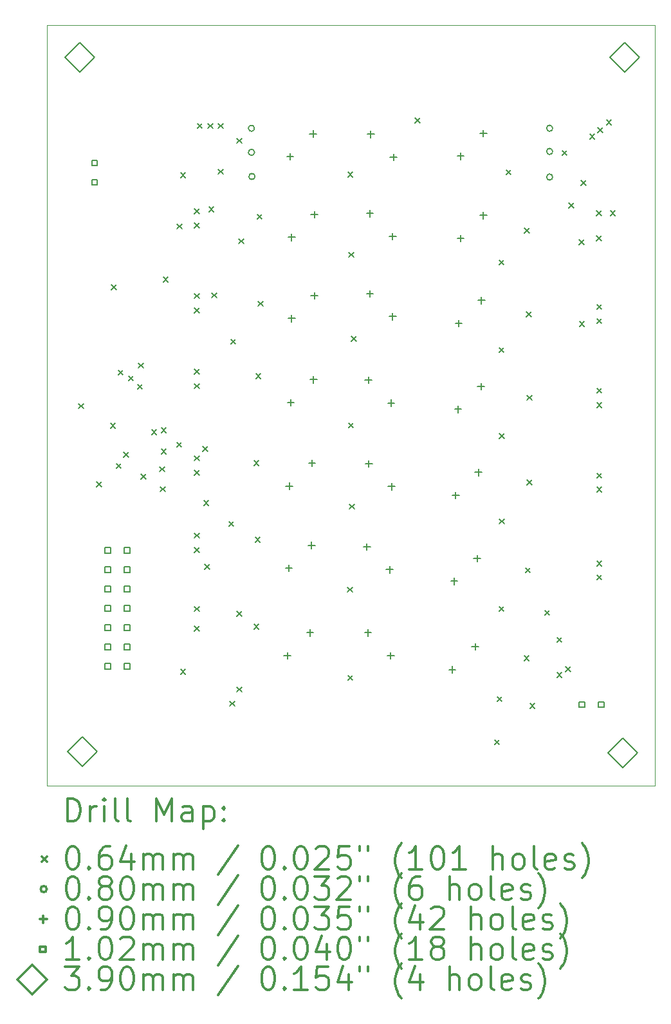
<source format=gbr>
%FSLAX45Y45*%
G04 Gerber Fmt 4.5, Leading zero omitted, Abs format (unit mm)*
G04 Created by KiCad (PCBNEW 4.0.1-stable) date 12/03/2016 13:44:52*
%MOMM*%
G01*
G04 APERTURE LIST*
%ADD10C,0.127000*%
%ADD11C,0.100000*%
%ADD12C,0.200000*%
%ADD13C,0.300000*%
G04 APERTURE END LIST*
D10*
D11*
X18957450Y-4071000D02*
X10957450Y-4071000D01*
X18957450Y-4071000D02*
X18957450Y-14071000D01*
X10957450Y-14071000D02*
X18957450Y-14071000D01*
X10957450Y-4071000D02*
X10957450Y-14071000D01*
D12*
X11372850Y-9048750D02*
X11436350Y-9112250D01*
X11436350Y-9048750D02*
X11372850Y-9112250D01*
X11607800Y-10077450D02*
X11671300Y-10140950D01*
X11671300Y-10077450D02*
X11607800Y-10140950D01*
X11791950Y-9309100D02*
X11855450Y-9372600D01*
X11855450Y-9309100D02*
X11791950Y-9372600D01*
X11804650Y-7486650D02*
X11868150Y-7550150D01*
X11868150Y-7486650D02*
X11804650Y-7550150D01*
X11868150Y-9836150D02*
X11931650Y-9899650D01*
X11931650Y-9836150D02*
X11868150Y-9899650D01*
X11893550Y-8610600D02*
X11957050Y-8674100D01*
X11957050Y-8610600D02*
X11893550Y-8674100D01*
X11963400Y-9690100D02*
X12026900Y-9753600D01*
X12026900Y-9690100D02*
X11963400Y-9753600D01*
X12026900Y-8686800D02*
X12090400Y-8750300D01*
X12090400Y-8686800D02*
X12026900Y-8750300D01*
X12147550Y-8794750D02*
X12211050Y-8858250D01*
X12211050Y-8794750D02*
X12147550Y-8858250D01*
X12160250Y-8515350D02*
X12223750Y-8578850D01*
X12223750Y-8515350D02*
X12160250Y-8578850D01*
X12192000Y-9975850D02*
X12255500Y-10039350D01*
X12255500Y-9975850D02*
X12192000Y-10039350D01*
X12331700Y-9391650D02*
X12395200Y-9455150D01*
X12395200Y-9391650D02*
X12331700Y-9455150D01*
X12439650Y-9880600D02*
X12503150Y-9944100D01*
X12503150Y-9880600D02*
X12439650Y-9944100D01*
X12446000Y-10140950D02*
X12509500Y-10204450D01*
X12509500Y-10140950D02*
X12446000Y-10204450D01*
X12458700Y-9366250D02*
X12522200Y-9429750D01*
X12522200Y-9366250D02*
X12458700Y-9429750D01*
X12458700Y-9645650D02*
X12522200Y-9709150D01*
X12522200Y-9645650D02*
X12458700Y-9709150D01*
X12484100Y-7385050D02*
X12547600Y-7448550D01*
X12547600Y-7385050D02*
X12484100Y-7448550D01*
X12661900Y-9556750D02*
X12725400Y-9620250D01*
X12725400Y-9556750D02*
X12661900Y-9620250D01*
X12668250Y-6686550D02*
X12731750Y-6750050D01*
X12731750Y-6686550D02*
X12668250Y-6750050D01*
X12712700Y-6013450D02*
X12776200Y-6076950D01*
X12776200Y-6013450D02*
X12712700Y-6076950D01*
X12712700Y-12541250D02*
X12776200Y-12604750D01*
X12776200Y-12541250D02*
X12712700Y-12604750D01*
X12896850Y-6489700D02*
X12960350Y-6553200D01*
X12960350Y-6489700D02*
X12896850Y-6553200D01*
X12896850Y-6673850D02*
X12960350Y-6737350D01*
X12960350Y-6673850D02*
X12896850Y-6737350D01*
X12896850Y-7600950D02*
X12960350Y-7664450D01*
X12960350Y-7600950D02*
X12896850Y-7664450D01*
X12896850Y-7791450D02*
X12960350Y-7854950D01*
X12960350Y-7791450D02*
X12896850Y-7854950D01*
X12896850Y-8597900D02*
X12960350Y-8661400D01*
X12960350Y-8597900D02*
X12896850Y-8661400D01*
X12896850Y-8788400D02*
X12960350Y-8851900D01*
X12960350Y-8788400D02*
X12896850Y-8851900D01*
X12896850Y-9734550D02*
X12960350Y-9798050D01*
X12960350Y-9734550D02*
X12896850Y-9798050D01*
X12896850Y-9925050D02*
X12960350Y-9988550D01*
X12960350Y-9925050D02*
X12896850Y-9988550D01*
X12896850Y-10750550D02*
X12960350Y-10814050D01*
X12960350Y-10750550D02*
X12896850Y-10814050D01*
X12896850Y-10941050D02*
X12960350Y-11004550D01*
X12960350Y-10941050D02*
X12896850Y-11004550D01*
X12896850Y-11715750D02*
X12960350Y-11779250D01*
X12960350Y-11715750D02*
X12896850Y-11779250D01*
X12896850Y-11976100D02*
X12960350Y-12039600D01*
X12960350Y-11976100D02*
X12896850Y-12039600D01*
X12934950Y-5365750D02*
X12998450Y-5429250D01*
X12998450Y-5365750D02*
X12934950Y-5429250D01*
X13004800Y-9613900D02*
X13068300Y-9677400D01*
X13068300Y-9613900D02*
X13004800Y-9677400D01*
X13017500Y-10325100D02*
X13081000Y-10388600D01*
X13081000Y-10325100D02*
X13017500Y-10388600D01*
X13030200Y-11163300D02*
X13093700Y-11226800D01*
X13093700Y-11163300D02*
X13030200Y-11226800D01*
X13074650Y-5365750D02*
X13138150Y-5429250D01*
X13138150Y-5365750D02*
X13074650Y-5429250D01*
X13087350Y-6464300D02*
X13150850Y-6527800D01*
X13150850Y-6464300D02*
X13087350Y-6527800D01*
X13125450Y-7594600D02*
X13188950Y-7658100D01*
X13188950Y-7594600D02*
X13125450Y-7658100D01*
X13208000Y-5365750D02*
X13271500Y-5429250D01*
X13271500Y-5365750D02*
X13208000Y-5429250D01*
X13208000Y-5969000D02*
X13271500Y-6032500D01*
X13271500Y-5969000D02*
X13208000Y-6032500D01*
X13347700Y-10598150D02*
X13411200Y-10661650D01*
X13411200Y-10598150D02*
X13347700Y-10661650D01*
X13360400Y-12960350D02*
X13423900Y-13023850D01*
X13423900Y-12960350D02*
X13360400Y-13023850D01*
X13373100Y-8204200D02*
X13436600Y-8267700D01*
X13436600Y-8204200D02*
X13373100Y-8267700D01*
X13455650Y-5562600D02*
X13519150Y-5626100D01*
X13519150Y-5562600D02*
X13455650Y-5626100D01*
X13455650Y-11779250D02*
X13519150Y-11842750D01*
X13519150Y-11779250D02*
X13455650Y-11842750D01*
X13455650Y-12776200D02*
X13519150Y-12839700D01*
X13519150Y-12776200D02*
X13455650Y-12839700D01*
X13481050Y-6883400D02*
X13544550Y-6946900D01*
X13544550Y-6883400D02*
X13481050Y-6946900D01*
X13677900Y-9798050D02*
X13741400Y-9861550D01*
X13741400Y-9798050D02*
X13677900Y-9861550D01*
X13677900Y-11950700D02*
X13741400Y-12014200D01*
X13741400Y-11950700D02*
X13677900Y-12014200D01*
X13696950Y-10807700D02*
X13760450Y-10871200D01*
X13760450Y-10807700D02*
X13696950Y-10871200D01*
X13703300Y-8655050D02*
X13766800Y-8718550D01*
X13766800Y-8655050D02*
X13703300Y-8718550D01*
X13722350Y-6559550D02*
X13785850Y-6623050D01*
X13785850Y-6559550D02*
X13722350Y-6623050D01*
X13735050Y-7702550D02*
X13798550Y-7766050D01*
X13798550Y-7702550D02*
X13735050Y-7766050D01*
X14909800Y-11461750D02*
X14973300Y-11525250D01*
X14973300Y-11461750D02*
X14909800Y-11525250D01*
X14916150Y-6007100D02*
X14979650Y-6070600D01*
X14979650Y-6007100D02*
X14916150Y-6070600D01*
X14916150Y-12623800D02*
X14979650Y-12687300D01*
X14979650Y-12623800D02*
X14916150Y-12687300D01*
X14922500Y-9302750D02*
X14986000Y-9366250D01*
X14986000Y-9302750D02*
X14922500Y-9366250D01*
X14928850Y-7061200D02*
X14992350Y-7124700D01*
X14992350Y-7061200D02*
X14928850Y-7124700D01*
X14935200Y-10369550D02*
X14998700Y-10433050D01*
X14998700Y-10369550D02*
X14935200Y-10433050D01*
X14960600Y-8166100D02*
X15024100Y-8229600D01*
X15024100Y-8166100D02*
X14960600Y-8229600D01*
X15798800Y-5295900D02*
X15862300Y-5359400D01*
X15862300Y-5295900D02*
X15798800Y-5359400D01*
X16846550Y-13468350D02*
X16910050Y-13531850D01*
X16910050Y-13468350D02*
X16846550Y-13531850D01*
X16878300Y-12903200D02*
X16941800Y-12966700D01*
X16941800Y-12903200D02*
X16878300Y-12966700D01*
X16903700Y-7162800D02*
X16967200Y-7226300D01*
X16967200Y-7162800D02*
X16903700Y-7226300D01*
X16903700Y-8312150D02*
X16967200Y-8375650D01*
X16967200Y-8312150D02*
X16903700Y-8375650D01*
X16903700Y-11715750D02*
X16967200Y-11779250D01*
X16967200Y-11715750D02*
X16903700Y-11779250D01*
X16910050Y-9442450D02*
X16973550Y-9505950D01*
X16973550Y-9442450D02*
X16910050Y-9505950D01*
X16910050Y-10566400D02*
X16973550Y-10629900D01*
X16973550Y-10566400D02*
X16910050Y-10629900D01*
X16998950Y-5975350D02*
X17062450Y-6038850D01*
X17062450Y-5975350D02*
X16998950Y-6038850D01*
X17233900Y-12363450D02*
X17297400Y-12426950D01*
X17297400Y-12363450D02*
X17233900Y-12426950D01*
X17240250Y-6743700D02*
X17303750Y-6807200D01*
X17303750Y-6743700D02*
X17240250Y-6807200D01*
X17252950Y-11207750D02*
X17316450Y-11271250D01*
X17316450Y-11207750D02*
X17252950Y-11271250D01*
X17265650Y-7842250D02*
X17329150Y-7905750D01*
X17329150Y-7842250D02*
X17265650Y-7905750D01*
X17272000Y-8940800D02*
X17335500Y-9004300D01*
X17335500Y-8940800D02*
X17272000Y-9004300D01*
X17272000Y-10052050D02*
X17335500Y-10115550D01*
X17335500Y-10052050D02*
X17272000Y-10115550D01*
X17310100Y-12992100D02*
X17373600Y-13055600D01*
X17373600Y-12992100D02*
X17310100Y-13055600D01*
X17506950Y-11766550D02*
X17570450Y-11830050D01*
X17570450Y-11766550D02*
X17506950Y-11830050D01*
X17665700Y-12122150D02*
X17729200Y-12185650D01*
X17729200Y-12122150D02*
X17665700Y-12185650D01*
X17665700Y-12585700D02*
X17729200Y-12649200D01*
X17729200Y-12585700D02*
X17665700Y-12649200D01*
X17735550Y-5721350D02*
X17799050Y-5784850D01*
X17799050Y-5721350D02*
X17735550Y-5784850D01*
X17780000Y-12509500D02*
X17843500Y-12573000D01*
X17843500Y-12509500D02*
X17780000Y-12573000D01*
X17824450Y-6413500D02*
X17887950Y-6477000D01*
X17887950Y-6413500D02*
X17824450Y-6477000D01*
X17957800Y-6896100D02*
X18021300Y-6959600D01*
X18021300Y-6896100D02*
X17957800Y-6959600D01*
X17964150Y-7969250D02*
X18027650Y-8032750D01*
X18027650Y-7969250D02*
X17964150Y-8032750D01*
X17983200Y-6115050D02*
X18046700Y-6178550D01*
X18046700Y-6115050D02*
X17983200Y-6178550D01*
X18097500Y-5505450D02*
X18161000Y-5568950D01*
X18161000Y-5505450D02*
X18097500Y-5568950D01*
X18186400Y-6515100D02*
X18249900Y-6578600D01*
X18249900Y-6515100D02*
X18186400Y-6578600D01*
X18186400Y-6845300D02*
X18249900Y-6908800D01*
X18249900Y-6845300D02*
X18186400Y-6908800D01*
X18192750Y-7747000D02*
X18256250Y-7810500D01*
X18256250Y-7747000D02*
X18192750Y-7810500D01*
X18192750Y-7931150D02*
X18256250Y-7994650D01*
X18256250Y-7931150D02*
X18192750Y-7994650D01*
X18192750Y-8845550D02*
X18256250Y-8909050D01*
X18256250Y-8845550D02*
X18192750Y-8909050D01*
X18192750Y-9036050D02*
X18256250Y-9099550D01*
X18256250Y-9036050D02*
X18192750Y-9099550D01*
X18192750Y-9963150D02*
X18256250Y-10026650D01*
X18256250Y-9963150D02*
X18192750Y-10026650D01*
X18192750Y-10147300D02*
X18256250Y-10210800D01*
X18256250Y-10147300D02*
X18192750Y-10210800D01*
X18192750Y-11118850D02*
X18256250Y-11182350D01*
X18256250Y-11118850D02*
X18192750Y-11182350D01*
X18192750Y-11303000D02*
X18256250Y-11366500D01*
X18256250Y-11303000D02*
X18192750Y-11366500D01*
X18205450Y-5422900D02*
X18268950Y-5486400D01*
X18268950Y-5422900D02*
X18205450Y-5486400D01*
X18319750Y-5321300D02*
X18383250Y-5384800D01*
X18383250Y-5321300D02*
X18319750Y-5384800D01*
X18370550Y-6515100D02*
X18434050Y-6578600D01*
X18434050Y-6515100D02*
X18370550Y-6578600D01*
X13686155Y-5429250D02*
G75*
G03X13686155Y-5429250I-40005J0D01*
G01*
X13686155Y-5746750D02*
G75*
G03X13686155Y-5746750I-40005J0D01*
G01*
X13692505Y-6064250D02*
G75*
G03X13692505Y-6064250I-40005J0D01*
G01*
X17610455Y-5429250D02*
G75*
G03X17610455Y-5429250I-40005J0D01*
G01*
X17610455Y-5734050D02*
G75*
G03X17610455Y-5734050I-40005J0D01*
G01*
X17610455Y-6070600D02*
G75*
G03X17610455Y-6070600I-40005J0D01*
G01*
X14118450Y-12316050D02*
X14118450Y-12406050D01*
X14073450Y-12361050D02*
X14163450Y-12361050D01*
X14137500Y-11166700D02*
X14137500Y-11256700D01*
X14092500Y-11211700D02*
X14182500Y-11211700D01*
X14143850Y-10087200D02*
X14143850Y-10177200D01*
X14098850Y-10132200D02*
X14188850Y-10132200D01*
X14156550Y-5756500D02*
X14156550Y-5846500D01*
X14111550Y-5801500D02*
X14201550Y-5801500D01*
X14162900Y-8988650D02*
X14162900Y-9078650D01*
X14117900Y-9033650D02*
X14207900Y-9033650D01*
X14175600Y-6816950D02*
X14175600Y-6906950D01*
X14130600Y-6861950D02*
X14220600Y-6861950D01*
X14175600Y-7883750D02*
X14175600Y-7973750D01*
X14130600Y-7928750D02*
X14220600Y-7928750D01*
X14418450Y-12016050D02*
X14418450Y-12106050D01*
X14373450Y-12061050D02*
X14463450Y-12061050D01*
X14437500Y-10866700D02*
X14437500Y-10956700D01*
X14392500Y-10911700D02*
X14482500Y-10911700D01*
X14443850Y-9787200D02*
X14443850Y-9877200D01*
X14398850Y-9832200D02*
X14488850Y-9832200D01*
X14456550Y-5456500D02*
X14456550Y-5546500D01*
X14411550Y-5501500D02*
X14501550Y-5501500D01*
X14462900Y-8688650D02*
X14462900Y-8778650D01*
X14417900Y-8733650D02*
X14507900Y-8733650D01*
X14475600Y-6516950D02*
X14475600Y-6606950D01*
X14430600Y-6561950D02*
X14520600Y-6561950D01*
X14475600Y-7583750D02*
X14475600Y-7673750D01*
X14430600Y-7628750D02*
X14520600Y-7628750D01*
X15166200Y-10885750D02*
X15166200Y-10975750D01*
X15121200Y-10930750D02*
X15211200Y-10930750D01*
X15178900Y-12016050D02*
X15178900Y-12106050D01*
X15133900Y-12061050D02*
X15223900Y-12061050D01*
X15185250Y-8695000D02*
X15185250Y-8785000D01*
X15140250Y-8740000D02*
X15230250Y-8740000D01*
X15191600Y-9793550D02*
X15191600Y-9883550D01*
X15146600Y-9838550D02*
X15236600Y-9838550D01*
X15204300Y-6504250D02*
X15204300Y-6594250D01*
X15159300Y-6549250D02*
X15249300Y-6549250D01*
X15204300Y-7558350D02*
X15204300Y-7648350D01*
X15159300Y-7603350D02*
X15249300Y-7603350D01*
X15217000Y-5462850D02*
X15217000Y-5552850D01*
X15172000Y-5507850D02*
X15262000Y-5507850D01*
X15466200Y-11185750D02*
X15466200Y-11275750D01*
X15421200Y-11230750D02*
X15511200Y-11230750D01*
X15478900Y-12316050D02*
X15478900Y-12406050D01*
X15433900Y-12361050D02*
X15523900Y-12361050D01*
X15485250Y-8995000D02*
X15485250Y-9085000D01*
X15440250Y-9040000D02*
X15530250Y-9040000D01*
X15491600Y-10093550D02*
X15491600Y-10183550D01*
X15446600Y-10138550D02*
X15536600Y-10138550D01*
X15504300Y-6804250D02*
X15504300Y-6894250D01*
X15459300Y-6849250D02*
X15549300Y-6849250D01*
X15504300Y-7858350D02*
X15504300Y-7948350D01*
X15459300Y-7903350D02*
X15549300Y-7903350D01*
X15517000Y-5762850D02*
X15517000Y-5852850D01*
X15472000Y-5807850D02*
X15562000Y-5807850D01*
X16290150Y-12500200D02*
X16290150Y-12590200D01*
X16245150Y-12545200D02*
X16335150Y-12545200D01*
X16315550Y-11338150D02*
X16315550Y-11428150D01*
X16270550Y-11383150D02*
X16360550Y-11383150D01*
X16334600Y-10207850D02*
X16334600Y-10297850D01*
X16289600Y-10252850D02*
X16379600Y-10252850D01*
X16366350Y-9077550D02*
X16366350Y-9167550D01*
X16321350Y-9122550D02*
X16411350Y-9122550D01*
X16372700Y-7947250D02*
X16372700Y-8037250D01*
X16327700Y-7992250D02*
X16417700Y-7992250D01*
X16398100Y-5750150D02*
X16398100Y-5840150D01*
X16353100Y-5795150D02*
X16443100Y-5795150D01*
X16398100Y-6829650D02*
X16398100Y-6919650D01*
X16353100Y-6874650D02*
X16443100Y-6874650D01*
X16590150Y-12200200D02*
X16590150Y-12290200D01*
X16545150Y-12245200D02*
X16635150Y-12245200D01*
X16615550Y-11038150D02*
X16615550Y-11128150D01*
X16570550Y-11083150D02*
X16660550Y-11083150D01*
X16634600Y-9907850D02*
X16634600Y-9997850D01*
X16589600Y-9952850D02*
X16679600Y-9952850D01*
X16666350Y-8777550D02*
X16666350Y-8867550D01*
X16621350Y-8822550D02*
X16711350Y-8822550D01*
X16672700Y-7647250D02*
X16672700Y-7737250D01*
X16627700Y-7692250D02*
X16717700Y-7692250D01*
X16698100Y-5450150D02*
X16698100Y-5540150D01*
X16653100Y-5495150D02*
X16743100Y-5495150D01*
X16698100Y-6529650D02*
X16698100Y-6619650D01*
X16653100Y-6574650D02*
X16743100Y-6574650D01*
X11618321Y-5922371D02*
X11618321Y-5850529D01*
X11546479Y-5850529D01*
X11546479Y-5922371D01*
X11618321Y-5922371D01*
X11618321Y-6176371D02*
X11618321Y-6104529D01*
X11546479Y-6104529D01*
X11546479Y-6176371D01*
X11618321Y-6176371D01*
X11789771Y-11015071D02*
X11789771Y-10943229D01*
X11717929Y-10943229D01*
X11717929Y-11015071D01*
X11789771Y-11015071D01*
X11789771Y-11269071D02*
X11789771Y-11197229D01*
X11717929Y-11197229D01*
X11717929Y-11269071D01*
X11789771Y-11269071D01*
X11789771Y-11523071D02*
X11789771Y-11451229D01*
X11717929Y-11451229D01*
X11717929Y-11523071D01*
X11789771Y-11523071D01*
X11789771Y-11777071D02*
X11789771Y-11705229D01*
X11717929Y-11705229D01*
X11717929Y-11777071D01*
X11789771Y-11777071D01*
X11789771Y-12031071D02*
X11789771Y-11959229D01*
X11717929Y-11959229D01*
X11717929Y-12031071D01*
X11789771Y-12031071D01*
X11789771Y-12285071D02*
X11789771Y-12213229D01*
X11717929Y-12213229D01*
X11717929Y-12285071D01*
X11789771Y-12285071D01*
X11789771Y-12539071D02*
X11789771Y-12467229D01*
X11717929Y-12467229D01*
X11717929Y-12539071D01*
X11789771Y-12539071D01*
X12043771Y-11015071D02*
X12043771Y-10943229D01*
X11971929Y-10943229D01*
X11971929Y-11015071D01*
X12043771Y-11015071D01*
X12043771Y-11269071D02*
X12043771Y-11197229D01*
X11971929Y-11197229D01*
X11971929Y-11269071D01*
X12043771Y-11269071D01*
X12043771Y-11523071D02*
X12043771Y-11451229D01*
X11971929Y-11451229D01*
X11971929Y-11523071D01*
X12043771Y-11523071D01*
X12043771Y-11777071D02*
X12043771Y-11705229D01*
X11971929Y-11705229D01*
X11971929Y-11777071D01*
X12043771Y-11777071D01*
X12043771Y-12031071D02*
X12043771Y-11959229D01*
X11971929Y-11959229D01*
X11971929Y-12031071D01*
X12043771Y-12031071D01*
X12043771Y-12285071D02*
X12043771Y-12213229D01*
X11971929Y-12213229D01*
X11971929Y-12285071D01*
X12043771Y-12285071D01*
X12043771Y-12539071D02*
X12043771Y-12467229D01*
X11971929Y-12467229D01*
X11971929Y-12539071D01*
X12043771Y-12539071D01*
X18031821Y-13040721D02*
X18031821Y-12968879D01*
X17959979Y-12968879D01*
X17959979Y-13040721D01*
X18031821Y-13040721D01*
X18285821Y-13040721D02*
X18285821Y-12968879D01*
X18213979Y-12968879D01*
X18213979Y-13040721D01*
X18285821Y-13040721D01*
X11385550Y-4690800D02*
X11580550Y-4495800D01*
X11385550Y-4300800D01*
X11190550Y-4495800D01*
X11385550Y-4690800D01*
X11423650Y-13815750D02*
X11618650Y-13620750D01*
X11423650Y-13425750D01*
X11228650Y-13620750D01*
X11423650Y-13815750D01*
X18535650Y-13834800D02*
X18730650Y-13639800D01*
X18535650Y-13444800D01*
X18340650Y-13639800D01*
X18535650Y-13834800D01*
X18561050Y-4690800D02*
X18756050Y-4495800D01*
X18561050Y-4300800D01*
X18366050Y-4495800D01*
X18561050Y-4690800D01*
D13*
X11223878Y-14541714D02*
X11223878Y-14241714D01*
X11295307Y-14241714D01*
X11338164Y-14256000D01*
X11366736Y-14284571D01*
X11381021Y-14313143D01*
X11395307Y-14370286D01*
X11395307Y-14413143D01*
X11381021Y-14470286D01*
X11366736Y-14498857D01*
X11338164Y-14527429D01*
X11295307Y-14541714D01*
X11223878Y-14541714D01*
X11523878Y-14541714D02*
X11523878Y-14341714D01*
X11523878Y-14398857D02*
X11538164Y-14370286D01*
X11552450Y-14356000D01*
X11581021Y-14341714D01*
X11609593Y-14341714D01*
X11709593Y-14541714D02*
X11709593Y-14341714D01*
X11709593Y-14241714D02*
X11695307Y-14256000D01*
X11709593Y-14270286D01*
X11723878Y-14256000D01*
X11709593Y-14241714D01*
X11709593Y-14270286D01*
X11895307Y-14541714D02*
X11866736Y-14527429D01*
X11852450Y-14498857D01*
X11852450Y-14241714D01*
X12052450Y-14541714D02*
X12023878Y-14527429D01*
X12009593Y-14498857D01*
X12009593Y-14241714D01*
X12395307Y-14541714D02*
X12395307Y-14241714D01*
X12495307Y-14456000D01*
X12595307Y-14241714D01*
X12595307Y-14541714D01*
X12866736Y-14541714D02*
X12866736Y-14384571D01*
X12852450Y-14356000D01*
X12823878Y-14341714D01*
X12766736Y-14341714D01*
X12738164Y-14356000D01*
X12866736Y-14527429D02*
X12838164Y-14541714D01*
X12766736Y-14541714D01*
X12738164Y-14527429D01*
X12723878Y-14498857D01*
X12723878Y-14470286D01*
X12738164Y-14441714D01*
X12766736Y-14427429D01*
X12838164Y-14427429D01*
X12866736Y-14413143D01*
X13009593Y-14341714D02*
X13009593Y-14641714D01*
X13009593Y-14356000D02*
X13038164Y-14341714D01*
X13095307Y-14341714D01*
X13123878Y-14356000D01*
X13138164Y-14370286D01*
X13152450Y-14398857D01*
X13152450Y-14484571D01*
X13138164Y-14513143D01*
X13123878Y-14527429D01*
X13095307Y-14541714D01*
X13038164Y-14541714D01*
X13009593Y-14527429D01*
X13281021Y-14513143D02*
X13295307Y-14527429D01*
X13281021Y-14541714D01*
X13266736Y-14527429D01*
X13281021Y-14513143D01*
X13281021Y-14541714D01*
X13281021Y-14356000D02*
X13295307Y-14370286D01*
X13281021Y-14384571D01*
X13266736Y-14370286D01*
X13281021Y-14356000D01*
X13281021Y-14384571D01*
X10888950Y-15004250D02*
X10952450Y-15067750D01*
X10952450Y-15004250D02*
X10888950Y-15067750D01*
X11281021Y-14871714D02*
X11309593Y-14871714D01*
X11338164Y-14886000D01*
X11352450Y-14900286D01*
X11366736Y-14928857D01*
X11381021Y-14986000D01*
X11381021Y-15057429D01*
X11366736Y-15114571D01*
X11352450Y-15143143D01*
X11338164Y-15157429D01*
X11309593Y-15171714D01*
X11281021Y-15171714D01*
X11252450Y-15157429D01*
X11238164Y-15143143D01*
X11223878Y-15114571D01*
X11209593Y-15057429D01*
X11209593Y-14986000D01*
X11223878Y-14928857D01*
X11238164Y-14900286D01*
X11252450Y-14886000D01*
X11281021Y-14871714D01*
X11509593Y-15143143D02*
X11523878Y-15157429D01*
X11509593Y-15171714D01*
X11495307Y-15157429D01*
X11509593Y-15143143D01*
X11509593Y-15171714D01*
X11781021Y-14871714D02*
X11723878Y-14871714D01*
X11695307Y-14886000D01*
X11681021Y-14900286D01*
X11652450Y-14943143D01*
X11638164Y-15000286D01*
X11638164Y-15114571D01*
X11652450Y-15143143D01*
X11666736Y-15157429D01*
X11695307Y-15171714D01*
X11752450Y-15171714D01*
X11781021Y-15157429D01*
X11795307Y-15143143D01*
X11809593Y-15114571D01*
X11809593Y-15043143D01*
X11795307Y-15014571D01*
X11781021Y-15000286D01*
X11752450Y-14986000D01*
X11695307Y-14986000D01*
X11666736Y-15000286D01*
X11652450Y-15014571D01*
X11638164Y-15043143D01*
X12066736Y-14971714D02*
X12066736Y-15171714D01*
X11995307Y-14857429D02*
X11923878Y-15071714D01*
X12109593Y-15071714D01*
X12223878Y-15171714D02*
X12223878Y-14971714D01*
X12223878Y-15000286D02*
X12238164Y-14986000D01*
X12266736Y-14971714D01*
X12309593Y-14971714D01*
X12338164Y-14986000D01*
X12352450Y-15014571D01*
X12352450Y-15171714D01*
X12352450Y-15014571D02*
X12366736Y-14986000D01*
X12395307Y-14971714D01*
X12438164Y-14971714D01*
X12466736Y-14986000D01*
X12481021Y-15014571D01*
X12481021Y-15171714D01*
X12623878Y-15171714D02*
X12623878Y-14971714D01*
X12623878Y-15000286D02*
X12638164Y-14986000D01*
X12666736Y-14971714D01*
X12709593Y-14971714D01*
X12738164Y-14986000D01*
X12752450Y-15014571D01*
X12752450Y-15171714D01*
X12752450Y-15014571D02*
X12766736Y-14986000D01*
X12795307Y-14971714D01*
X12838164Y-14971714D01*
X12866736Y-14986000D01*
X12881021Y-15014571D01*
X12881021Y-15171714D01*
X13466736Y-14857429D02*
X13209593Y-15243143D01*
X13852450Y-14871714D02*
X13881021Y-14871714D01*
X13909593Y-14886000D01*
X13923878Y-14900286D01*
X13938164Y-14928857D01*
X13952450Y-14986000D01*
X13952450Y-15057429D01*
X13938164Y-15114571D01*
X13923878Y-15143143D01*
X13909593Y-15157429D01*
X13881021Y-15171714D01*
X13852450Y-15171714D01*
X13823878Y-15157429D01*
X13809593Y-15143143D01*
X13795307Y-15114571D01*
X13781021Y-15057429D01*
X13781021Y-14986000D01*
X13795307Y-14928857D01*
X13809593Y-14900286D01*
X13823878Y-14886000D01*
X13852450Y-14871714D01*
X14081021Y-15143143D02*
X14095307Y-15157429D01*
X14081021Y-15171714D01*
X14066736Y-15157429D01*
X14081021Y-15143143D01*
X14081021Y-15171714D01*
X14281021Y-14871714D02*
X14309593Y-14871714D01*
X14338164Y-14886000D01*
X14352450Y-14900286D01*
X14366735Y-14928857D01*
X14381021Y-14986000D01*
X14381021Y-15057429D01*
X14366735Y-15114571D01*
X14352450Y-15143143D01*
X14338164Y-15157429D01*
X14309593Y-15171714D01*
X14281021Y-15171714D01*
X14252450Y-15157429D01*
X14238164Y-15143143D01*
X14223878Y-15114571D01*
X14209593Y-15057429D01*
X14209593Y-14986000D01*
X14223878Y-14928857D01*
X14238164Y-14900286D01*
X14252450Y-14886000D01*
X14281021Y-14871714D01*
X14495307Y-14900286D02*
X14509593Y-14886000D01*
X14538164Y-14871714D01*
X14609593Y-14871714D01*
X14638164Y-14886000D01*
X14652450Y-14900286D01*
X14666735Y-14928857D01*
X14666735Y-14957429D01*
X14652450Y-15000286D01*
X14481021Y-15171714D01*
X14666735Y-15171714D01*
X14938164Y-14871714D02*
X14795307Y-14871714D01*
X14781021Y-15014571D01*
X14795307Y-15000286D01*
X14823878Y-14986000D01*
X14895307Y-14986000D01*
X14923878Y-15000286D01*
X14938164Y-15014571D01*
X14952450Y-15043143D01*
X14952450Y-15114571D01*
X14938164Y-15143143D01*
X14923878Y-15157429D01*
X14895307Y-15171714D01*
X14823878Y-15171714D01*
X14795307Y-15157429D01*
X14781021Y-15143143D01*
X15066736Y-14871714D02*
X15066736Y-14928857D01*
X15181021Y-14871714D02*
X15181021Y-14928857D01*
X15623878Y-15286000D02*
X15609593Y-15271714D01*
X15581021Y-15228857D01*
X15566735Y-15200286D01*
X15552450Y-15157429D01*
X15538164Y-15086000D01*
X15538164Y-15028857D01*
X15552450Y-14957429D01*
X15566735Y-14914571D01*
X15581021Y-14886000D01*
X15609593Y-14843143D01*
X15623878Y-14828857D01*
X15895307Y-15171714D02*
X15723878Y-15171714D01*
X15809593Y-15171714D02*
X15809593Y-14871714D01*
X15781021Y-14914571D01*
X15752450Y-14943143D01*
X15723878Y-14957429D01*
X16081021Y-14871714D02*
X16109593Y-14871714D01*
X16138164Y-14886000D01*
X16152450Y-14900286D01*
X16166735Y-14928857D01*
X16181021Y-14986000D01*
X16181021Y-15057429D01*
X16166735Y-15114571D01*
X16152450Y-15143143D01*
X16138164Y-15157429D01*
X16109593Y-15171714D01*
X16081021Y-15171714D01*
X16052450Y-15157429D01*
X16038164Y-15143143D01*
X16023878Y-15114571D01*
X16009593Y-15057429D01*
X16009593Y-14986000D01*
X16023878Y-14928857D01*
X16038164Y-14900286D01*
X16052450Y-14886000D01*
X16081021Y-14871714D01*
X16466735Y-15171714D02*
X16295307Y-15171714D01*
X16381021Y-15171714D02*
X16381021Y-14871714D01*
X16352450Y-14914571D01*
X16323878Y-14943143D01*
X16295307Y-14957429D01*
X16823878Y-15171714D02*
X16823878Y-14871714D01*
X16952450Y-15171714D02*
X16952450Y-15014571D01*
X16938164Y-14986000D01*
X16909593Y-14971714D01*
X16866736Y-14971714D01*
X16838164Y-14986000D01*
X16823878Y-15000286D01*
X17138164Y-15171714D02*
X17109593Y-15157429D01*
X17095307Y-15143143D01*
X17081021Y-15114571D01*
X17081021Y-15028857D01*
X17095307Y-15000286D01*
X17109593Y-14986000D01*
X17138164Y-14971714D01*
X17181021Y-14971714D01*
X17209593Y-14986000D01*
X17223878Y-15000286D01*
X17238164Y-15028857D01*
X17238164Y-15114571D01*
X17223878Y-15143143D01*
X17209593Y-15157429D01*
X17181021Y-15171714D01*
X17138164Y-15171714D01*
X17409593Y-15171714D02*
X17381021Y-15157429D01*
X17366736Y-15128857D01*
X17366736Y-14871714D01*
X17638164Y-15157429D02*
X17609593Y-15171714D01*
X17552450Y-15171714D01*
X17523879Y-15157429D01*
X17509593Y-15128857D01*
X17509593Y-15014571D01*
X17523879Y-14986000D01*
X17552450Y-14971714D01*
X17609593Y-14971714D01*
X17638164Y-14986000D01*
X17652450Y-15014571D01*
X17652450Y-15043143D01*
X17509593Y-15071714D01*
X17766736Y-15157429D02*
X17795307Y-15171714D01*
X17852450Y-15171714D01*
X17881021Y-15157429D01*
X17895307Y-15128857D01*
X17895307Y-15114571D01*
X17881021Y-15086000D01*
X17852450Y-15071714D01*
X17809593Y-15071714D01*
X17781021Y-15057429D01*
X17766736Y-15028857D01*
X17766736Y-15014571D01*
X17781021Y-14986000D01*
X17809593Y-14971714D01*
X17852450Y-14971714D01*
X17881021Y-14986000D01*
X17995307Y-15286000D02*
X18009593Y-15271714D01*
X18038164Y-15228857D01*
X18052450Y-15200286D01*
X18066736Y-15157429D01*
X18081021Y-15086000D01*
X18081021Y-15028857D01*
X18066736Y-14957429D01*
X18052450Y-14914571D01*
X18038164Y-14886000D01*
X18009593Y-14843143D01*
X17995307Y-14828857D01*
X10952450Y-15432000D02*
G75*
G03X10952450Y-15432000I-40005J0D01*
G01*
X11281021Y-15267714D02*
X11309593Y-15267714D01*
X11338164Y-15282000D01*
X11352450Y-15296286D01*
X11366736Y-15324857D01*
X11381021Y-15382000D01*
X11381021Y-15453429D01*
X11366736Y-15510571D01*
X11352450Y-15539143D01*
X11338164Y-15553429D01*
X11309593Y-15567714D01*
X11281021Y-15567714D01*
X11252450Y-15553429D01*
X11238164Y-15539143D01*
X11223878Y-15510571D01*
X11209593Y-15453429D01*
X11209593Y-15382000D01*
X11223878Y-15324857D01*
X11238164Y-15296286D01*
X11252450Y-15282000D01*
X11281021Y-15267714D01*
X11509593Y-15539143D02*
X11523878Y-15553429D01*
X11509593Y-15567714D01*
X11495307Y-15553429D01*
X11509593Y-15539143D01*
X11509593Y-15567714D01*
X11695307Y-15396286D02*
X11666736Y-15382000D01*
X11652450Y-15367714D01*
X11638164Y-15339143D01*
X11638164Y-15324857D01*
X11652450Y-15296286D01*
X11666736Y-15282000D01*
X11695307Y-15267714D01*
X11752450Y-15267714D01*
X11781021Y-15282000D01*
X11795307Y-15296286D01*
X11809593Y-15324857D01*
X11809593Y-15339143D01*
X11795307Y-15367714D01*
X11781021Y-15382000D01*
X11752450Y-15396286D01*
X11695307Y-15396286D01*
X11666736Y-15410571D01*
X11652450Y-15424857D01*
X11638164Y-15453429D01*
X11638164Y-15510571D01*
X11652450Y-15539143D01*
X11666736Y-15553429D01*
X11695307Y-15567714D01*
X11752450Y-15567714D01*
X11781021Y-15553429D01*
X11795307Y-15539143D01*
X11809593Y-15510571D01*
X11809593Y-15453429D01*
X11795307Y-15424857D01*
X11781021Y-15410571D01*
X11752450Y-15396286D01*
X11995307Y-15267714D02*
X12023878Y-15267714D01*
X12052450Y-15282000D01*
X12066736Y-15296286D01*
X12081021Y-15324857D01*
X12095307Y-15382000D01*
X12095307Y-15453429D01*
X12081021Y-15510571D01*
X12066736Y-15539143D01*
X12052450Y-15553429D01*
X12023878Y-15567714D01*
X11995307Y-15567714D01*
X11966736Y-15553429D01*
X11952450Y-15539143D01*
X11938164Y-15510571D01*
X11923878Y-15453429D01*
X11923878Y-15382000D01*
X11938164Y-15324857D01*
X11952450Y-15296286D01*
X11966736Y-15282000D01*
X11995307Y-15267714D01*
X12223878Y-15567714D02*
X12223878Y-15367714D01*
X12223878Y-15396286D02*
X12238164Y-15382000D01*
X12266736Y-15367714D01*
X12309593Y-15367714D01*
X12338164Y-15382000D01*
X12352450Y-15410571D01*
X12352450Y-15567714D01*
X12352450Y-15410571D02*
X12366736Y-15382000D01*
X12395307Y-15367714D01*
X12438164Y-15367714D01*
X12466736Y-15382000D01*
X12481021Y-15410571D01*
X12481021Y-15567714D01*
X12623878Y-15567714D02*
X12623878Y-15367714D01*
X12623878Y-15396286D02*
X12638164Y-15382000D01*
X12666736Y-15367714D01*
X12709593Y-15367714D01*
X12738164Y-15382000D01*
X12752450Y-15410571D01*
X12752450Y-15567714D01*
X12752450Y-15410571D02*
X12766736Y-15382000D01*
X12795307Y-15367714D01*
X12838164Y-15367714D01*
X12866736Y-15382000D01*
X12881021Y-15410571D01*
X12881021Y-15567714D01*
X13466736Y-15253429D02*
X13209593Y-15639143D01*
X13852450Y-15267714D02*
X13881021Y-15267714D01*
X13909593Y-15282000D01*
X13923878Y-15296286D01*
X13938164Y-15324857D01*
X13952450Y-15382000D01*
X13952450Y-15453429D01*
X13938164Y-15510571D01*
X13923878Y-15539143D01*
X13909593Y-15553429D01*
X13881021Y-15567714D01*
X13852450Y-15567714D01*
X13823878Y-15553429D01*
X13809593Y-15539143D01*
X13795307Y-15510571D01*
X13781021Y-15453429D01*
X13781021Y-15382000D01*
X13795307Y-15324857D01*
X13809593Y-15296286D01*
X13823878Y-15282000D01*
X13852450Y-15267714D01*
X14081021Y-15539143D02*
X14095307Y-15553429D01*
X14081021Y-15567714D01*
X14066736Y-15553429D01*
X14081021Y-15539143D01*
X14081021Y-15567714D01*
X14281021Y-15267714D02*
X14309593Y-15267714D01*
X14338164Y-15282000D01*
X14352450Y-15296286D01*
X14366735Y-15324857D01*
X14381021Y-15382000D01*
X14381021Y-15453429D01*
X14366735Y-15510571D01*
X14352450Y-15539143D01*
X14338164Y-15553429D01*
X14309593Y-15567714D01*
X14281021Y-15567714D01*
X14252450Y-15553429D01*
X14238164Y-15539143D01*
X14223878Y-15510571D01*
X14209593Y-15453429D01*
X14209593Y-15382000D01*
X14223878Y-15324857D01*
X14238164Y-15296286D01*
X14252450Y-15282000D01*
X14281021Y-15267714D01*
X14481021Y-15267714D02*
X14666735Y-15267714D01*
X14566735Y-15382000D01*
X14609593Y-15382000D01*
X14638164Y-15396286D01*
X14652450Y-15410571D01*
X14666735Y-15439143D01*
X14666735Y-15510571D01*
X14652450Y-15539143D01*
X14638164Y-15553429D01*
X14609593Y-15567714D01*
X14523878Y-15567714D01*
X14495307Y-15553429D01*
X14481021Y-15539143D01*
X14781021Y-15296286D02*
X14795307Y-15282000D01*
X14823878Y-15267714D01*
X14895307Y-15267714D01*
X14923878Y-15282000D01*
X14938164Y-15296286D01*
X14952450Y-15324857D01*
X14952450Y-15353429D01*
X14938164Y-15396286D01*
X14766735Y-15567714D01*
X14952450Y-15567714D01*
X15066736Y-15267714D02*
X15066736Y-15324857D01*
X15181021Y-15267714D02*
X15181021Y-15324857D01*
X15623878Y-15682000D02*
X15609593Y-15667714D01*
X15581021Y-15624857D01*
X15566735Y-15596286D01*
X15552450Y-15553429D01*
X15538164Y-15482000D01*
X15538164Y-15424857D01*
X15552450Y-15353429D01*
X15566735Y-15310571D01*
X15581021Y-15282000D01*
X15609593Y-15239143D01*
X15623878Y-15224857D01*
X15866735Y-15267714D02*
X15809593Y-15267714D01*
X15781021Y-15282000D01*
X15766735Y-15296286D01*
X15738164Y-15339143D01*
X15723878Y-15396286D01*
X15723878Y-15510571D01*
X15738164Y-15539143D01*
X15752450Y-15553429D01*
X15781021Y-15567714D01*
X15838164Y-15567714D01*
X15866735Y-15553429D01*
X15881021Y-15539143D01*
X15895307Y-15510571D01*
X15895307Y-15439143D01*
X15881021Y-15410571D01*
X15866735Y-15396286D01*
X15838164Y-15382000D01*
X15781021Y-15382000D01*
X15752450Y-15396286D01*
X15738164Y-15410571D01*
X15723878Y-15439143D01*
X16252450Y-15567714D02*
X16252450Y-15267714D01*
X16381021Y-15567714D02*
X16381021Y-15410571D01*
X16366735Y-15382000D01*
X16338164Y-15367714D01*
X16295307Y-15367714D01*
X16266735Y-15382000D01*
X16252450Y-15396286D01*
X16566735Y-15567714D02*
X16538164Y-15553429D01*
X16523878Y-15539143D01*
X16509593Y-15510571D01*
X16509593Y-15424857D01*
X16523878Y-15396286D01*
X16538164Y-15382000D01*
X16566735Y-15367714D01*
X16609593Y-15367714D01*
X16638164Y-15382000D01*
X16652450Y-15396286D01*
X16666735Y-15424857D01*
X16666735Y-15510571D01*
X16652450Y-15539143D01*
X16638164Y-15553429D01*
X16609593Y-15567714D01*
X16566735Y-15567714D01*
X16838164Y-15567714D02*
X16809593Y-15553429D01*
X16795307Y-15524857D01*
X16795307Y-15267714D01*
X17066736Y-15553429D02*
X17038164Y-15567714D01*
X16981021Y-15567714D01*
X16952450Y-15553429D01*
X16938164Y-15524857D01*
X16938164Y-15410571D01*
X16952450Y-15382000D01*
X16981021Y-15367714D01*
X17038164Y-15367714D01*
X17066736Y-15382000D01*
X17081021Y-15410571D01*
X17081021Y-15439143D01*
X16938164Y-15467714D01*
X17195307Y-15553429D02*
X17223879Y-15567714D01*
X17281021Y-15567714D01*
X17309593Y-15553429D01*
X17323879Y-15524857D01*
X17323879Y-15510571D01*
X17309593Y-15482000D01*
X17281021Y-15467714D01*
X17238164Y-15467714D01*
X17209593Y-15453429D01*
X17195307Y-15424857D01*
X17195307Y-15410571D01*
X17209593Y-15382000D01*
X17238164Y-15367714D01*
X17281021Y-15367714D01*
X17309593Y-15382000D01*
X17423878Y-15682000D02*
X17438164Y-15667714D01*
X17466736Y-15624857D01*
X17481021Y-15596286D01*
X17495307Y-15553429D01*
X17509593Y-15482000D01*
X17509593Y-15424857D01*
X17495307Y-15353429D01*
X17481021Y-15310571D01*
X17466736Y-15282000D01*
X17438164Y-15239143D01*
X17423878Y-15224857D01*
X10907450Y-15783000D02*
X10907450Y-15873000D01*
X10862450Y-15828000D02*
X10952450Y-15828000D01*
X11281021Y-15663714D02*
X11309593Y-15663714D01*
X11338164Y-15678000D01*
X11352450Y-15692286D01*
X11366736Y-15720857D01*
X11381021Y-15778000D01*
X11381021Y-15849429D01*
X11366736Y-15906571D01*
X11352450Y-15935143D01*
X11338164Y-15949429D01*
X11309593Y-15963714D01*
X11281021Y-15963714D01*
X11252450Y-15949429D01*
X11238164Y-15935143D01*
X11223878Y-15906571D01*
X11209593Y-15849429D01*
X11209593Y-15778000D01*
X11223878Y-15720857D01*
X11238164Y-15692286D01*
X11252450Y-15678000D01*
X11281021Y-15663714D01*
X11509593Y-15935143D02*
X11523878Y-15949429D01*
X11509593Y-15963714D01*
X11495307Y-15949429D01*
X11509593Y-15935143D01*
X11509593Y-15963714D01*
X11666736Y-15963714D02*
X11723878Y-15963714D01*
X11752450Y-15949429D01*
X11766736Y-15935143D01*
X11795307Y-15892286D01*
X11809593Y-15835143D01*
X11809593Y-15720857D01*
X11795307Y-15692286D01*
X11781021Y-15678000D01*
X11752450Y-15663714D01*
X11695307Y-15663714D01*
X11666736Y-15678000D01*
X11652450Y-15692286D01*
X11638164Y-15720857D01*
X11638164Y-15792286D01*
X11652450Y-15820857D01*
X11666736Y-15835143D01*
X11695307Y-15849429D01*
X11752450Y-15849429D01*
X11781021Y-15835143D01*
X11795307Y-15820857D01*
X11809593Y-15792286D01*
X11995307Y-15663714D02*
X12023878Y-15663714D01*
X12052450Y-15678000D01*
X12066736Y-15692286D01*
X12081021Y-15720857D01*
X12095307Y-15778000D01*
X12095307Y-15849429D01*
X12081021Y-15906571D01*
X12066736Y-15935143D01*
X12052450Y-15949429D01*
X12023878Y-15963714D01*
X11995307Y-15963714D01*
X11966736Y-15949429D01*
X11952450Y-15935143D01*
X11938164Y-15906571D01*
X11923878Y-15849429D01*
X11923878Y-15778000D01*
X11938164Y-15720857D01*
X11952450Y-15692286D01*
X11966736Y-15678000D01*
X11995307Y-15663714D01*
X12223878Y-15963714D02*
X12223878Y-15763714D01*
X12223878Y-15792286D02*
X12238164Y-15778000D01*
X12266736Y-15763714D01*
X12309593Y-15763714D01*
X12338164Y-15778000D01*
X12352450Y-15806571D01*
X12352450Y-15963714D01*
X12352450Y-15806571D02*
X12366736Y-15778000D01*
X12395307Y-15763714D01*
X12438164Y-15763714D01*
X12466736Y-15778000D01*
X12481021Y-15806571D01*
X12481021Y-15963714D01*
X12623878Y-15963714D02*
X12623878Y-15763714D01*
X12623878Y-15792286D02*
X12638164Y-15778000D01*
X12666736Y-15763714D01*
X12709593Y-15763714D01*
X12738164Y-15778000D01*
X12752450Y-15806571D01*
X12752450Y-15963714D01*
X12752450Y-15806571D02*
X12766736Y-15778000D01*
X12795307Y-15763714D01*
X12838164Y-15763714D01*
X12866736Y-15778000D01*
X12881021Y-15806571D01*
X12881021Y-15963714D01*
X13466736Y-15649429D02*
X13209593Y-16035143D01*
X13852450Y-15663714D02*
X13881021Y-15663714D01*
X13909593Y-15678000D01*
X13923878Y-15692286D01*
X13938164Y-15720857D01*
X13952450Y-15778000D01*
X13952450Y-15849429D01*
X13938164Y-15906571D01*
X13923878Y-15935143D01*
X13909593Y-15949429D01*
X13881021Y-15963714D01*
X13852450Y-15963714D01*
X13823878Y-15949429D01*
X13809593Y-15935143D01*
X13795307Y-15906571D01*
X13781021Y-15849429D01*
X13781021Y-15778000D01*
X13795307Y-15720857D01*
X13809593Y-15692286D01*
X13823878Y-15678000D01*
X13852450Y-15663714D01*
X14081021Y-15935143D02*
X14095307Y-15949429D01*
X14081021Y-15963714D01*
X14066736Y-15949429D01*
X14081021Y-15935143D01*
X14081021Y-15963714D01*
X14281021Y-15663714D02*
X14309593Y-15663714D01*
X14338164Y-15678000D01*
X14352450Y-15692286D01*
X14366735Y-15720857D01*
X14381021Y-15778000D01*
X14381021Y-15849429D01*
X14366735Y-15906571D01*
X14352450Y-15935143D01*
X14338164Y-15949429D01*
X14309593Y-15963714D01*
X14281021Y-15963714D01*
X14252450Y-15949429D01*
X14238164Y-15935143D01*
X14223878Y-15906571D01*
X14209593Y-15849429D01*
X14209593Y-15778000D01*
X14223878Y-15720857D01*
X14238164Y-15692286D01*
X14252450Y-15678000D01*
X14281021Y-15663714D01*
X14481021Y-15663714D02*
X14666735Y-15663714D01*
X14566735Y-15778000D01*
X14609593Y-15778000D01*
X14638164Y-15792286D01*
X14652450Y-15806571D01*
X14666735Y-15835143D01*
X14666735Y-15906571D01*
X14652450Y-15935143D01*
X14638164Y-15949429D01*
X14609593Y-15963714D01*
X14523878Y-15963714D01*
X14495307Y-15949429D01*
X14481021Y-15935143D01*
X14938164Y-15663714D02*
X14795307Y-15663714D01*
X14781021Y-15806571D01*
X14795307Y-15792286D01*
X14823878Y-15778000D01*
X14895307Y-15778000D01*
X14923878Y-15792286D01*
X14938164Y-15806571D01*
X14952450Y-15835143D01*
X14952450Y-15906571D01*
X14938164Y-15935143D01*
X14923878Y-15949429D01*
X14895307Y-15963714D01*
X14823878Y-15963714D01*
X14795307Y-15949429D01*
X14781021Y-15935143D01*
X15066736Y-15663714D02*
X15066736Y-15720857D01*
X15181021Y-15663714D02*
X15181021Y-15720857D01*
X15623878Y-16078000D02*
X15609593Y-16063714D01*
X15581021Y-16020857D01*
X15566735Y-15992286D01*
X15552450Y-15949429D01*
X15538164Y-15878000D01*
X15538164Y-15820857D01*
X15552450Y-15749429D01*
X15566735Y-15706571D01*
X15581021Y-15678000D01*
X15609593Y-15635143D01*
X15623878Y-15620857D01*
X15866735Y-15763714D02*
X15866735Y-15963714D01*
X15795307Y-15649429D02*
X15723878Y-15863714D01*
X15909593Y-15863714D01*
X16009593Y-15692286D02*
X16023878Y-15678000D01*
X16052450Y-15663714D01*
X16123878Y-15663714D01*
X16152450Y-15678000D01*
X16166735Y-15692286D01*
X16181021Y-15720857D01*
X16181021Y-15749429D01*
X16166735Y-15792286D01*
X15995307Y-15963714D01*
X16181021Y-15963714D01*
X16538164Y-15963714D02*
X16538164Y-15663714D01*
X16666735Y-15963714D02*
X16666735Y-15806571D01*
X16652450Y-15778000D01*
X16623878Y-15763714D01*
X16581021Y-15763714D01*
X16552450Y-15778000D01*
X16538164Y-15792286D01*
X16852450Y-15963714D02*
X16823878Y-15949429D01*
X16809593Y-15935143D01*
X16795307Y-15906571D01*
X16795307Y-15820857D01*
X16809593Y-15792286D01*
X16823878Y-15778000D01*
X16852450Y-15763714D01*
X16895307Y-15763714D01*
X16923878Y-15778000D01*
X16938164Y-15792286D01*
X16952450Y-15820857D01*
X16952450Y-15906571D01*
X16938164Y-15935143D01*
X16923878Y-15949429D01*
X16895307Y-15963714D01*
X16852450Y-15963714D01*
X17123878Y-15963714D02*
X17095307Y-15949429D01*
X17081021Y-15920857D01*
X17081021Y-15663714D01*
X17352450Y-15949429D02*
X17323879Y-15963714D01*
X17266736Y-15963714D01*
X17238164Y-15949429D01*
X17223879Y-15920857D01*
X17223879Y-15806571D01*
X17238164Y-15778000D01*
X17266736Y-15763714D01*
X17323879Y-15763714D01*
X17352450Y-15778000D01*
X17366736Y-15806571D01*
X17366736Y-15835143D01*
X17223879Y-15863714D01*
X17481021Y-15949429D02*
X17509593Y-15963714D01*
X17566736Y-15963714D01*
X17595307Y-15949429D01*
X17609593Y-15920857D01*
X17609593Y-15906571D01*
X17595307Y-15878000D01*
X17566736Y-15863714D01*
X17523879Y-15863714D01*
X17495307Y-15849429D01*
X17481021Y-15820857D01*
X17481021Y-15806571D01*
X17495307Y-15778000D01*
X17523879Y-15763714D01*
X17566736Y-15763714D01*
X17595307Y-15778000D01*
X17709593Y-16078000D02*
X17723879Y-16063714D01*
X17752450Y-16020857D01*
X17766736Y-15992286D01*
X17781021Y-15949429D01*
X17795307Y-15878000D01*
X17795307Y-15820857D01*
X17781021Y-15749429D01*
X17766736Y-15706571D01*
X17752450Y-15678000D01*
X17723879Y-15635143D01*
X17709593Y-15620857D01*
X10937571Y-16259921D02*
X10937571Y-16188079D01*
X10865729Y-16188079D01*
X10865729Y-16259921D01*
X10937571Y-16259921D01*
X11381021Y-16359714D02*
X11209593Y-16359714D01*
X11295307Y-16359714D02*
X11295307Y-16059714D01*
X11266736Y-16102571D01*
X11238164Y-16131143D01*
X11209593Y-16145429D01*
X11509593Y-16331143D02*
X11523878Y-16345429D01*
X11509593Y-16359714D01*
X11495307Y-16345429D01*
X11509593Y-16331143D01*
X11509593Y-16359714D01*
X11709593Y-16059714D02*
X11738164Y-16059714D01*
X11766736Y-16074000D01*
X11781021Y-16088286D01*
X11795307Y-16116857D01*
X11809593Y-16174000D01*
X11809593Y-16245429D01*
X11795307Y-16302571D01*
X11781021Y-16331143D01*
X11766736Y-16345429D01*
X11738164Y-16359714D01*
X11709593Y-16359714D01*
X11681021Y-16345429D01*
X11666736Y-16331143D01*
X11652450Y-16302571D01*
X11638164Y-16245429D01*
X11638164Y-16174000D01*
X11652450Y-16116857D01*
X11666736Y-16088286D01*
X11681021Y-16074000D01*
X11709593Y-16059714D01*
X11923878Y-16088286D02*
X11938164Y-16074000D01*
X11966736Y-16059714D01*
X12038164Y-16059714D01*
X12066736Y-16074000D01*
X12081021Y-16088286D01*
X12095307Y-16116857D01*
X12095307Y-16145429D01*
X12081021Y-16188286D01*
X11909593Y-16359714D01*
X12095307Y-16359714D01*
X12223878Y-16359714D02*
X12223878Y-16159714D01*
X12223878Y-16188286D02*
X12238164Y-16174000D01*
X12266736Y-16159714D01*
X12309593Y-16159714D01*
X12338164Y-16174000D01*
X12352450Y-16202571D01*
X12352450Y-16359714D01*
X12352450Y-16202571D02*
X12366736Y-16174000D01*
X12395307Y-16159714D01*
X12438164Y-16159714D01*
X12466736Y-16174000D01*
X12481021Y-16202571D01*
X12481021Y-16359714D01*
X12623878Y-16359714D02*
X12623878Y-16159714D01*
X12623878Y-16188286D02*
X12638164Y-16174000D01*
X12666736Y-16159714D01*
X12709593Y-16159714D01*
X12738164Y-16174000D01*
X12752450Y-16202571D01*
X12752450Y-16359714D01*
X12752450Y-16202571D02*
X12766736Y-16174000D01*
X12795307Y-16159714D01*
X12838164Y-16159714D01*
X12866736Y-16174000D01*
X12881021Y-16202571D01*
X12881021Y-16359714D01*
X13466736Y-16045429D02*
X13209593Y-16431143D01*
X13852450Y-16059714D02*
X13881021Y-16059714D01*
X13909593Y-16074000D01*
X13923878Y-16088286D01*
X13938164Y-16116857D01*
X13952450Y-16174000D01*
X13952450Y-16245429D01*
X13938164Y-16302571D01*
X13923878Y-16331143D01*
X13909593Y-16345429D01*
X13881021Y-16359714D01*
X13852450Y-16359714D01*
X13823878Y-16345429D01*
X13809593Y-16331143D01*
X13795307Y-16302571D01*
X13781021Y-16245429D01*
X13781021Y-16174000D01*
X13795307Y-16116857D01*
X13809593Y-16088286D01*
X13823878Y-16074000D01*
X13852450Y-16059714D01*
X14081021Y-16331143D02*
X14095307Y-16345429D01*
X14081021Y-16359714D01*
X14066736Y-16345429D01*
X14081021Y-16331143D01*
X14081021Y-16359714D01*
X14281021Y-16059714D02*
X14309593Y-16059714D01*
X14338164Y-16074000D01*
X14352450Y-16088286D01*
X14366735Y-16116857D01*
X14381021Y-16174000D01*
X14381021Y-16245429D01*
X14366735Y-16302571D01*
X14352450Y-16331143D01*
X14338164Y-16345429D01*
X14309593Y-16359714D01*
X14281021Y-16359714D01*
X14252450Y-16345429D01*
X14238164Y-16331143D01*
X14223878Y-16302571D01*
X14209593Y-16245429D01*
X14209593Y-16174000D01*
X14223878Y-16116857D01*
X14238164Y-16088286D01*
X14252450Y-16074000D01*
X14281021Y-16059714D01*
X14638164Y-16159714D02*
X14638164Y-16359714D01*
X14566735Y-16045429D02*
X14495307Y-16259714D01*
X14681021Y-16259714D01*
X14852450Y-16059714D02*
X14881021Y-16059714D01*
X14909593Y-16074000D01*
X14923878Y-16088286D01*
X14938164Y-16116857D01*
X14952450Y-16174000D01*
X14952450Y-16245429D01*
X14938164Y-16302571D01*
X14923878Y-16331143D01*
X14909593Y-16345429D01*
X14881021Y-16359714D01*
X14852450Y-16359714D01*
X14823878Y-16345429D01*
X14809593Y-16331143D01*
X14795307Y-16302571D01*
X14781021Y-16245429D01*
X14781021Y-16174000D01*
X14795307Y-16116857D01*
X14809593Y-16088286D01*
X14823878Y-16074000D01*
X14852450Y-16059714D01*
X15066736Y-16059714D02*
X15066736Y-16116857D01*
X15181021Y-16059714D02*
X15181021Y-16116857D01*
X15623878Y-16474000D02*
X15609593Y-16459714D01*
X15581021Y-16416857D01*
X15566735Y-16388286D01*
X15552450Y-16345429D01*
X15538164Y-16274000D01*
X15538164Y-16216857D01*
X15552450Y-16145429D01*
X15566735Y-16102571D01*
X15581021Y-16074000D01*
X15609593Y-16031143D01*
X15623878Y-16016857D01*
X15895307Y-16359714D02*
X15723878Y-16359714D01*
X15809593Y-16359714D02*
X15809593Y-16059714D01*
X15781021Y-16102571D01*
X15752450Y-16131143D01*
X15723878Y-16145429D01*
X16066735Y-16188286D02*
X16038164Y-16174000D01*
X16023878Y-16159714D01*
X16009593Y-16131143D01*
X16009593Y-16116857D01*
X16023878Y-16088286D01*
X16038164Y-16074000D01*
X16066735Y-16059714D01*
X16123878Y-16059714D01*
X16152450Y-16074000D01*
X16166735Y-16088286D01*
X16181021Y-16116857D01*
X16181021Y-16131143D01*
X16166735Y-16159714D01*
X16152450Y-16174000D01*
X16123878Y-16188286D01*
X16066735Y-16188286D01*
X16038164Y-16202571D01*
X16023878Y-16216857D01*
X16009593Y-16245429D01*
X16009593Y-16302571D01*
X16023878Y-16331143D01*
X16038164Y-16345429D01*
X16066735Y-16359714D01*
X16123878Y-16359714D01*
X16152450Y-16345429D01*
X16166735Y-16331143D01*
X16181021Y-16302571D01*
X16181021Y-16245429D01*
X16166735Y-16216857D01*
X16152450Y-16202571D01*
X16123878Y-16188286D01*
X16538164Y-16359714D02*
X16538164Y-16059714D01*
X16666735Y-16359714D02*
X16666735Y-16202571D01*
X16652450Y-16174000D01*
X16623878Y-16159714D01*
X16581021Y-16159714D01*
X16552450Y-16174000D01*
X16538164Y-16188286D01*
X16852450Y-16359714D02*
X16823878Y-16345429D01*
X16809593Y-16331143D01*
X16795307Y-16302571D01*
X16795307Y-16216857D01*
X16809593Y-16188286D01*
X16823878Y-16174000D01*
X16852450Y-16159714D01*
X16895307Y-16159714D01*
X16923878Y-16174000D01*
X16938164Y-16188286D01*
X16952450Y-16216857D01*
X16952450Y-16302571D01*
X16938164Y-16331143D01*
X16923878Y-16345429D01*
X16895307Y-16359714D01*
X16852450Y-16359714D01*
X17123878Y-16359714D02*
X17095307Y-16345429D01*
X17081021Y-16316857D01*
X17081021Y-16059714D01*
X17352450Y-16345429D02*
X17323879Y-16359714D01*
X17266736Y-16359714D01*
X17238164Y-16345429D01*
X17223879Y-16316857D01*
X17223879Y-16202571D01*
X17238164Y-16174000D01*
X17266736Y-16159714D01*
X17323879Y-16159714D01*
X17352450Y-16174000D01*
X17366736Y-16202571D01*
X17366736Y-16231143D01*
X17223879Y-16259714D01*
X17481021Y-16345429D02*
X17509593Y-16359714D01*
X17566736Y-16359714D01*
X17595307Y-16345429D01*
X17609593Y-16316857D01*
X17609593Y-16302571D01*
X17595307Y-16274000D01*
X17566736Y-16259714D01*
X17523879Y-16259714D01*
X17495307Y-16245429D01*
X17481021Y-16216857D01*
X17481021Y-16202571D01*
X17495307Y-16174000D01*
X17523879Y-16159714D01*
X17566736Y-16159714D01*
X17595307Y-16174000D01*
X17709593Y-16474000D02*
X17723879Y-16459714D01*
X17752450Y-16416857D01*
X17766736Y-16388286D01*
X17781021Y-16345429D01*
X17795307Y-16274000D01*
X17795307Y-16216857D01*
X17781021Y-16145429D01*
X17766736Y-16102571D01*
X17752450Y-16074000D01*
X17723879Y-16031143D01*
X17709593Y-16016857D01*
X10757450Y-16815000D02*
X10952450Y-16620000D01*
X10757450Y-16425000D01*
X10562450Y-16620000D01*
X10757450Y-16815000D01*
X11195307Y-16455714D02*
X11381021Y-16455714D01*
X11281021Y-16570000D01*
X11323878Y-16570000D01*
X11352450Y-16584286D01*
X11366736Y-16598571D01*
X11381021Y-16627143D01*
X11381021Y-16698571D01*
X11366736Y-16727143D01*
X11352450Y-16741429D01*
X11323878Y-16755714D01*
X11238164Y-16755714D01*
X11209593Y-16741429D01*
X11195307Y-16727143D01*
X11509593Y-16727143D02*
X11523878Y-16741429D01*
X11509593Y-16755714D01*
X11495307Y-16741429D01*
X11509593Y-16727143D01*
X11509593Y-16755714D01*
X11666736Y-16755714D02*
X11723878Y-16755714D01*
X11752450Y-16741429D01*
X11766736Y-16727143D01*
X11795307Y-16684286D01*
X11809593Y-16627143D01*
X11809593Y-16512857D01*
X11795307Y-16484286D01*
X11781021Y-16470000D01*
X11752450Y-16455714D01*
X11695307Y-16455714D01*
X11666736Y-16470000D01*
X11652450Y-16484286D01*
X11638164Y-16512857D01*
X11638164Y-16584286D01*
X11652450Y-16612857D01*
X11666736Y-16627143D01*
X11695307Y-16641429D01*
X11752450Y-16641429D01*
X11781021Y-16627143D01*
X11795307Y-16612857D01*
X11809593Y-16584286D01*
X11995307Y-16455714D02*
X12023878Y-16455714D01*
X12052450Y-16470000D01*
X12066736Y-16484286D01*
X12081021Y-16512857D01*
X12095307Y-16570000D01*
X12095307Y-16641429D01*
X12081021Y-16698571D01*
X12066736Y-16727143D01*
X12052450Y-16741429D01*
X12023878Y-16755714D01*
X11995307Y-16755714D01*
X11966736Y-16741429D01*
X11952450Y-16727143D01*
X11938164Y-16698571D01*
X11923878Y-16641429D01*
X11923878Y-16570000D01*
X11938164Y-16512857D01*
X11952450Y-16484286D01*
X11966736Y-16470000D01*
X11995307Y-16455714D01*
X12223878Y-16755714D02*
X12223878Y-16555714D01*
X12223878Y-16584286D02*
X12238164Y-16570000D01*
X12266736Y-16555714D01*
X12309593Y-16555714D01*
X12338164Y-16570000D01*
X12352450Y-16598571D01*
X12352450Y-16755714D01*
X12352450Y-16598571D02*
X12366736Y-16570000D01*
X12395307Y-16555714D01*
X12438164Y-16555714D01*
X12466736Y-16570000D01*
X12481021Y-16598571D01*
X12481021Y-16755714D01*
X12623878Y-16755714D02*
X12623878Y-16555714D01*
X12623878Y-16584286D02*
X12638164Y-16570000D01*
X12666736Y-16555714D01*
X12709593Y-16555714D01*
X12738164Y-16570000D01*
X12752450Y-16598571D01*
X12752450Y-16755714D01*
X12752450Y-16598571D02*
X12766736Y-16570000D01*
X12795307Y-16555714D01*
X12838164Y-16555714D01*
X12866736Y-16570000D01*
X12881021Y-16598571D01*
X12881021Y-16755714D01*
X13466736Y-16441429D02*
X13209593Y-16827143D01*
X13852450Y-16455714D02*
X13881021Y-16455714D01*
X13909593Y-16470000D01*
X13923878Y-16484286D01*
X13938164Y-16512857D01*
X13952450Y-16570000D01*
X13952450Y-16641429D01*
X13938164Y-16698571D01*
X13923878Y-16727143D01*
X13909593Y-16741429D01*
X13881021Y-16755714D01*
X13852450Y-16755714D01*
X13823878Y-16741429D01*
X13809593Y-16727143D01*
X13795307Y-16698571D01*
X13781021Y-16641429D01*
X13781021Y-16570000D01*
X13795307Y-16512857D01*
X13809593Y-16484286D01*
X13823878Y-16470000D01*
X13852450Y-16455714D01*
X14081021Y-16727143D02*
X14095307Y-16741429D01*
X14081021Y-16755714D01*
X14066736Y-16741429D01*
X14081021Y-16727143D01*
X14081021Y-16755714D01*
X14381021Y-16755714D02*
X14209593Y-16755714D01*
X14295307Y-16755714D02*
X14295307Y-16455714D01*
X14266735Y-16498571D01*
X14238164Y-16527143D01*
X14209593Y-16541429D01*
X14652450Y-16455714D02*
X14509593Y-16455714D01*
X14495307Y-16598571D01*
X14509593Y-16584286D01*
X14538164Y-16570000D01*
X14609593Y-16570000D01*
X14638164Y-16584286D01*
X14652450Y-16598571D01*
X14666735Y-16627143D01*
X14666735Y-16698571D01*
X14652450Y-16727143D01*
X14638164Y-16741429D01*
X14609593Y-16755714D01*
X14538164Y-16755714D01*
X14509593Y-16741429D01*
X14495307Y-16727143D01*
X14923878Y-16555714D02*
X14923878Y-16755714D01*
X14852450Y-16441429D02*
X14781021Y-16655714D01*
X14966735Y-16655714D01*
X15066736Y-16455714D02*
X15066736Y-16512857D01*
X15181021Y-16455714D02*
X15181021Y-16512857D01*
X15623878Y-16870000D02*
X15609593Y-16855714D01*
X15581021Y-16812857D01*
X15566735Y-16784286D01*
X15552450Y-16741429D01*
X15538164Y-16670000D01*
X15538164Y-16612857D01*
X15552450Y-16541429D01*
X15566735Y-16498571D01*
X15581021Y-16470000D01*
X15609593Y-16427143D01*
X15623878Y-16412857D01*
X15866735Y-16555714D02*
X15866735Y-16755714D01*
X15795307Y-16441429D02*
X15723878Y-16655714D01*
X15909593Y-16655714D01*
X16252450Y-16755714D02*
X16252450Y-16455714D01*
X16381021Y-16755714D02*
X16381021Y-16598571D01*
X16366735Y-16570000D01*
X16338164Y-16555714D01*
X16295307Y-16555714D01*
X16266735Y-16570000D01*
X16252450Y-16584286D01*
X16566735Y-16755714D02*
X16538164Y-16741429D01*
X16523878Y-16727143D01*
X16509593Y-16698571D01*
X16509593Y-16612857D01*
X16523878Y-16584286D01*
X16538164Y-16570000D01*
X16566735Y-16555714D01*
X16609593Y-16555714D01*
X16638164Y-16570000D01*
X16652450Y-16584286D01*
X16666735Y-16612857D01*
X16666735Y-16698571D01*
X16652450Y-16727143D01*
X16638164Y-16741429D01*
X16609593Y-16755714D01*
X16566735Y-16755714D01*
X16838164Y-16755714D02*
X16809593Y-16741429D01*
X16795307Y-16712857D01*
X16795307Y-16455714D01*
X17066736Y-16741429D02*
X17038164Y-16755714D01*
X16981021Y-16755714D01*
X16952450Y-16741429D01*
X16938164Y-16712857D01*
X16938164Y-16598571D01*
X16952450Y-16570000D01*
X16981021Y-16555714D01*
X17038164Y-16555714D01*
X17066736Y-16570000D01*
X17081021Y-16598571D01*
X17081021Y-16627143D01*
X16938164Y-16655714D01*
X17195307Y-16741429D02*
X17223879Y-16755714D01*
X17281021Y-16755714D01*
X17309593Y-16741429D01*
X17323879Y-16712857D01*
X17323879Y-16698571D01*
X17309593Y-16670000D01*
X17281021Y-16655714D01*
X17238164Y-16655714D01*
X17209593Y-16641429D01*
X17195307Y-16612857D01*
X17195307Y-16598571D01*
X17209593Y-16570000D01*
X17238164Y-16555714D01*
X17281021Y-16555714D01*
X17309593Y-16570000D01*
X17423878Y-16870000D02*
X17438164Y-16855714D01*
X17466736Y-16812857D01*
X17481021Y-16784286D01*
X17495307Y-16741429D01*
X17509593Y-16670000D01*
X17509593Y-16612857D01*
X17495307Y-16541429D01*
X17481021Y-16498571D01*
X17466736Y-16470000D01*
X17438164Y-16427143D01*
X17423878Y-16412857D01*
M02*

</source>
